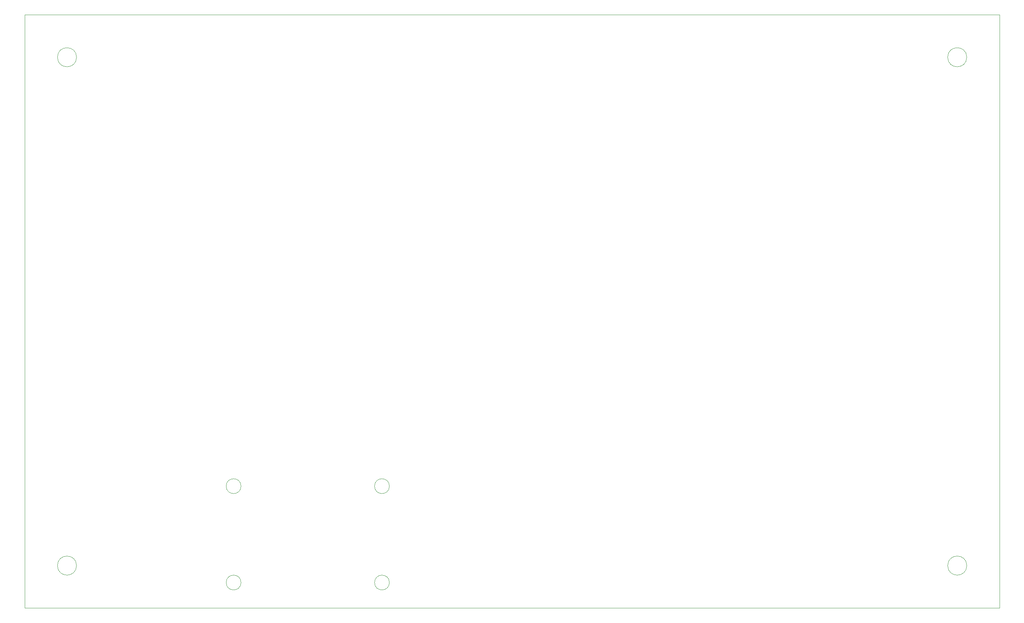
<source format=gm1>
%TF.GenerationSoftware,KiCad,Pcbnew,(6.0.8)*%
%TF.CreationDate,2022-12-04T12:12:00-06:00*%
%TF.ProjectId,Actuator Box,41637475-6174-46f7-9220-426f782e6b69,rev?*%
%TF.SameCoordinates,Original*%
%TF.FileFunction,Profile,NP*%
%FSLAX46Y46*%
G04 Gerber Fmt 4.6, Leading zero omitted, Abs format (unit mm)*
G04 Created by KiCad (PCBNEW (6.0.8)) date 2022-12-04 12:12:00*
%MOMM*%
%LPD*%
G01*
G04 APERTURE LIST*
%TA.AperFunction,Profile*%
%ADD10C,0.100000*%
%TD*%
%TA.AperFunction,Profile*%
%ADD11C,0.120000*%
%TD*%
G04 APERTURE END LIST*
D10*
X74840000Y-192980000D02*
G75*
G03*
X74840000Y-192980000I-2250000J0D01*
G01*
X62590000Y-62980000D02*
X292590000Y-62980000D01*
X292590000Y-62980000D02*
X292590000Y-202980000D01*
X292590000Y-202980000D02*
X62590000Y-202980000D01*
X62590000Y-202980000D02*
X62590000Y-62980000D01*
X284840000Y-72980000D02*
G75*
G03*
X284840000Y-72980000I-2250000J0D01*
G01*
X284840000Y-192980000D02*
G75*
G03*
X284840000Y-192980000I-2250000J0D01*
G01*
X74840000Y-72980000D02*
G75*
G03*
X74840000Y-72980000I-2250000J0D01*
G01*
D11*
%TO.C,CM1*%
X113640978Y-196980000D02*
G75*
G03*
X113640978Y-196980000I-1750000J0D01*
G01*
X148640978Y-196980000D02*
G75*
G03*
X148640978Y-196980000I-1750000J0D01*
G01*
X148640978Y-174230000D02*
G75*
G03*
X148640978Y-174230000I-1750000J0D01*
G01*
X113640978Y-174230000D02*
G75*
G03*
X113640978Y-174230000I-1750000J0D01*
G01*
%TD*%
M02*

</source>
